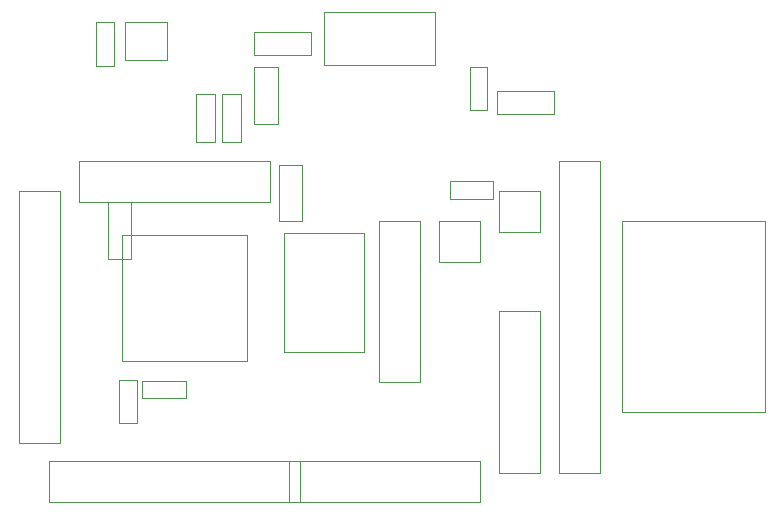
<source format=gbr>
%TF.GenerationSoftware,KiCad,Pcbnew,(after 2015-mar-04 BZR unknown)-product*%
%TF.CreationDate,2015-05-27T15:40:32-04:00*%
%TF.JobID,arduinoquad,61726475696E6F717561642E6B696361,rev?*%
%TF.FileFunction,Other,User*%
%FSLAX46Y46*%
G04 Gerber Fmt 4.6, Leading zero omitted, Abs format (unit mm)*
G04 Created by KiCad (PCBNEW (after 2015-mar-04 BZR unknown)-product) date 27/05/2015 3:40:32 PM*
%MOMM*%
G01*
G04 APERTURE LIST*
%ADD10C,0.100000*%
%ADD11C,0.050000*%
G04 APERTURE END LIST*
D10*
D11*
X169710000Y-93250000D02*
X162910000Y-93250000D01*
X162910000Y-103350000D02*
X169710000Y-103350000D01*
X169710000Y-103350000D02*
X169710000Y-93250000D01*
X162910000Y-103350000D02*
X162910000Y-93250000D01*
X191540000Y-108430000D02*
X203640000Y-108430000D01*
X191540000Y-92230000D02*
X203640000Y-92230000D01*
X191540000Y-108430000D02*
X191540000Y-92230000D01*
X203640000Y-108430000D02*
X203640000Y-92230000D01*
X175700000Y-79050000D02*
X166300000Y-79050000D01*
X166300000Y-79050000D02*
X166300000Y-74550000D01*
X166300000Y-74550000D02*
X175700000Y-74550000D01*
X175700000Y-74550000D02*
X175700000Y-79050000D01*
X150500000Y-105650000D02*
X150500000Y-109350000D01*
X149000000Y-105650000D02*
X149000000Y-109350000D01*
X150500000Y-105650000D02*
X149000000Y-105650000D01*
X150500000Y-109350000D02*
X149000000Y-109350000D01*
X150900000Y-105750000D02*
X154600000Y-105750000D01*
X150900000Y-107250000D02*
X154600000Y-107250000D01*
X150900000Y-105750000D02*
X150900000Y-107250000D01*
X154600000Y-105750000D02*
X154600000Y-107250000D01*
X178650000Y-82850000D02*
X178650000Y-79150000D01*
X180150000Y-82850000D02*
X180150000Y-79150000D01*
X178650000Y-82850000D02*
X180150000Y-82850000D01*
X178650000Y-79150000D02*
X180150000Y-79150000D01*
X176950000Y-88850000D02*
X180650000Y-88850000D01*
X176950000Y-90350000D02*
X180650000Y-90350000D01*
X176950000Y-88850000D02*
X176950000Y-90350000D01*
X180650000Y-88850000D02*
X180650000Y-90350000D01*
X147000000Y-79100000D02*
X147000000Y-75400000D01*
X148500000Y-79100000D02*
X148500000Y-75400000D01*
X147000000Y-79100000D02*
X148500000Y-79100000D01*
X147000000Y-75400000D02*
X148500000Y-75400000D01*
X174470000Y-105890000D02*
X174470000Y-92190000D01*
X170970000Y-105890000D02*
X170970000Y-92190000D01*
X174470000Y-105890000D02*
X170970000Y-105890000D01*
X174470000Y-92190000D02*
X170970000Y-92190000D01*
X176050000Y-92230000D02*
X176050000Y-95730000D01*
X179550000Y-92230000D02*
X179550000Y-95730000D01*
X176050000Y-92230000D02*
X179550000Y-92230000D01*
X176050000Y-95730000D02*
X179550000Y-95730000D01*
X181130000Y-89690000D02*
X181130000Y-93190000D01*
X184630000Y-89690000D02*
X184630000Y-93190000D01*
X181130000Y-89690000D02*
X184630000Y-89690000D01*
X181130000Y-93190000D02*
X184630000Y-93190000D01*
X181130000Y-99850000D02*
X181130000Y-113550000D01*
X184630000Y-99850000D02*
X184630000Y-113550000D01*
X181130000Y-99850000D02*
X184630000Y-99850000D01*
X181130000Y-113550000D02*
X184630000Y-113550000D01*
X145570000Y-90650000D02*
X161770000Y-90650000D01*
X145570000Y-87150000D02*
X161770000Y-87150000D01*
X145570000Y-90650000D02*
X145570000Y-87150000D01*
X161770000Y-90650000D02*
X161770000Y-87150000D01*
X164310000Y-112550000D02*
X143010000Y-112550000D01*
X164310000Y-116050000D02*
X143010000Y-116050000D01*
X164310000Y-112550000D02*
X164310000Y-116050000D01*
X143010000Y-112550000D02*
X143010000Y-116050000D01*
X163350000Y-116050000D02*
X179550000Y-116050000D01*
X163350000Y-112550000D02*
X179550000Y-112550000D01*
X163350000Y-116050000D02*
X163350000Y-112550000D01*
X179550000Y-116050000D02*
X179550000Y-112550000D01*
X140490000Y-89690000D02*
X140490000Y-110990000D01*
X143990000Y-89690000D02*
X143990000Y-110990000D01*
X140490000Y-89690000D02*
X143990000Y-89690000D01*
X140490000Y-110990000D02*
X143990000Y-110990000D01*
X160400000Y-84000000D02*
X160400000Y-79200000D01*
X162400000Y-84000000D02*
X162400000Y-79200000D01*
X160400000Y-84000000D02*
X162400000Y-84000000D01*
X160400000Y-79200000D02*
X162400000Y-79200000D01*
X160400000Y-76200000D02*
X165200000Y-76200000D01*
X160400000Y-78200000D02*
X165200000Y-78200000D01*
X160400000Y-76200000D02*
X160400000Y-78200000D01*
X165200000Y-76200000D02*
X165200000Y-78200000D01*
X150000000Y-90600000D02*
X150000000Y-95400000D01*
X148000000Y-90600000D02*
X148000000Y-95400000D01*
X150000000Y-90600000D02*
X148000000Y-90600000D01*
X150000000Y-95400000D02*
X148000000Y-95400000D01*
X164490000Y-87440000D02*
X164490000Y-92240000D01*
X162490000Y-87440000D02*
X162490000Y-92240000D01*
X164490000Y-87440000D02*
X162490000Y-87440000D01*
X164490000Y-92240000D02*
X162490000Y-92240000D01*
X181000000Y-81200000D02*
X185800000Y-81200000D01*
X181000000Y-83200000D02*
X185800000Y-83200000D01*
X181000000Y-81200000D02*
X181000000Y-83200000D01*
X185800000Y-81200000D02*
X185800000Y-83200000D01*
X157050000Y-81500000D02*
X157050000Y-85500000D01*
X155450000Y-81500000D02*
X155450000Y-85500000D01*
X157050000Y-81500000D02*
X155450000Y-81500000D01*
X157050000Y-85500000D02*
X155450000Y-85500000D01*
X159300000Y-81500000D02*
X159300000Y-85500000D01*
X157700000Y-81500000D02*
X157700000Y-85500000D01*
X159300000Y-81500000D02*
X157700000Y-81500000D01*
X159300000Y-85500000D02*
X157700000Y-85500000D01*
X186210000Y-87150000D02*
X186210000Y-113550000D01*
X189710000Y-87150000D02*
X189710000Y-113550000D01*
X186210000Y-87150000D02*
X189710000Y-87150000D01*
X186210000Y-113550000D02*
X189710000Y-113550000D01*
X153050000Y-78600000D02*
X149450000Y-78600000D01*
X149450000Y-78600000D02*
X149450000Y-75400000D01*
X149450000Y-75400000D02*
X153050000Y-75400000D01*
X153050000Y-75400000D02*
X153050000Y-78600000D01*
X159800000Y-93450000D02*
X149200000Y-93450000D01*
X159800000Y-104050000D02*
X149200000Y-104050000D01*
X159800000Y-93450000D02*
X159800000Y-104050000D01*
X149200000Y-93450000D02*
X149200000Y-104050000D01*
M02*

</source>
